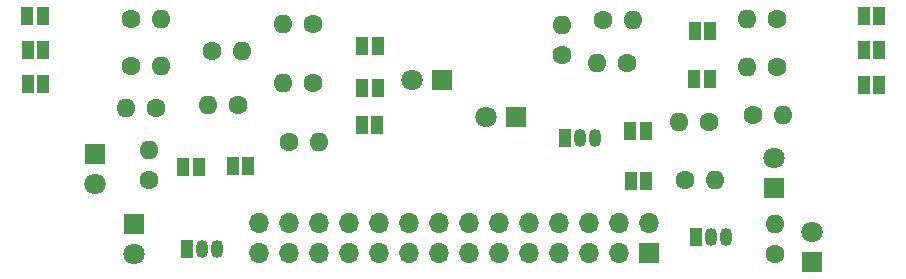
<source format=gbr>
%TF.GenerationSoftware,KiCad,Pcbnew,8.0.0*%
%TF.CreationDate,2024-03-28T15:17:03+02:00*%
%TF.ProjectId,EEE3088F_MHMZAM005_Sensing,45454533-3038-4384-965f-4d484d5a414d,rev?*%
%TF.SameCoordinates,Original*%
%TF.FileFunction,Soldermask,Top*%
%TF.FilePolarity,Negative*%
%FSLAX46Y46*%
G04 Gerber Fmt 4.6, Leading zero omitted, Abs format (unit mm)*
G04 Created by KiCad (PCBNEW 8.0.0) date 2024-03-28 15:17:03*
%MOMM*%
%LPD*%
G01*
G04 APERTURE LIST*
%ADD10R,1.000000X1.500000*%
%ADD11C,1.600000*%
%ADD12O,1.600000X1.600000*%
%ADD13R,1.800000X1.800000*%
%ADD14C,1.800000*%
%ADD15R,1.050000X1.500000*%
%ADD16O,1.050000X1.500000*%
%ADD17R,1.700000X1.700000*%
%ADD18O,1.700000X1.700000*%
G04 APERTURE END LIST*
D10*
%TO.C,JP4*%
X82150000Y-67700000D03*
X83450000Y-67700000D03*
%TD*%
D11*
%TO.C,R7*%
X145640000Y-68000000D03*
D12*
X143100000Y-68000000D03*
%TD*%
D13*
%TO.C,D1*%
X123475000Y-76275000D03*
D14*
X120935000Y-76275000D03*
%TD*%
D11*
%TO.C,R11*%
X132945000Y-71700000D03*
D12*
X130405000Y-71700000D03*
%TD*%
D11*
%TO.C,R10*%
X130900000Y-68100000D03*
D12*
X133440000Y-68100000D03*
%TD*%
D11*
%TO.C,R2*%
X106340000Y-73400000D03*
D12*
X103800000Y-73400000D03*
%TD*%
D10*
%TO.C,JP1*%
X111800000Y-70300000D03*
X110500000Y-70300000D03*
%TD*%
%TO.C,JP15*%
X133250000Y-81700000D03*
X134550000Y-81700000D03*
%TD*%
%TO.C,JP13*%
X96650000Y-80500000D03*
X95350000Y-80500000D03*
%TD*%
%TO.C,JP2*%
X111800000Y-73800000D03*
X110500000Y-73800000D03*
%TD*%
D11*
%TO.C,R8*%
X145640000Y-72050000D03*
D12*
X143100000Y-72050000D03*
%TD*%
D13*
%TO.C,Q1*%
X117250000Y-73125000D03*
D14*
X114710000Y-73125000D03*
%TD*%
D10*
%TO.C,JP7*%
X154250000Y-67700000D03*
X152950000Y-67700000D03*
%TD*%
D13*
%TO.C,Q2*%
X87825000Y-79450000D03*
D14*
X87825000Y-81990000D03*
%TD*%
D11*
%TO.C,R4*%
X90955000Y-67950000D03*
D12*
X93495000Y-67950000D03*
%TD*%
D11*
%TO.C,R6*%
X93045000Y-75500000D03*
D12*
X90505000Y-75500000D03*
%TD*%
D10*
%TO.C,JP5*%
X82200000Y-70600000D03*
X83500000Y-70600000D03*
%TD*%
%TO.C,JP11*%
X139900000Y-73100000D03*
X138600000Y-73100000D03*
%TD*%
D11*
%TO.C,RLED2*%
X92400000Y-81640000D03*
D12*
X92400000Y-79100000D03*
%TD*%
D11*
%TO.C,R9*%
X143550000Y-76100000D03*
D12*
X146090000Y-76100000D03*
%TD*%
D10*
%TO.C,JP9*%
X154250000Y-73550000D03*
X152950000Y-73550000D03*
%TD*%
D11*
%TO.C,R13*%
X99985000Y-75300000D03*
D12*
X97445000Y-75300000D03*
%TD*%
D11*
%TO.C,R5*%
X90955000Y-72000000D03*
D12*
X93495000Y-72000000D03*
%TD*%
D11*
%TO.C,R15*%
X137800000Y-81600000D03*
D12*
X140340000Y-81600000D03*
%TD*%
D10*
%TO.C,JP6*%
X82200000Y-73500000D03*
X83500000Y-73500000D03*
%TD*%
D11*
%TO.C,R14*%
X139845000Y-76700000D03*
D12*
X137305000Y-76700000D03*
%TD*%
D11*
%TO.C,R12*%
X97800000Y-70700000D03*
D12*
X100340000Y-70700000D03*
%TD*%
D15*
%TO.C,Q4*%
X127660000Y-78060000D03*
D16*
X128930000Y-78060000D03*
X130200000Y-78060000D03*
%TD*%
D11*
%TO.C,R3*%
X104260000Y-78400000D03*
D12*
X106800000Y-78400000D03*
%TD*%
D10*
%TO.C,JP10*%
X139950000Y-69000000D03*
X138650000Y-69000000D03*
%TD*%
D15*
%TO.C,Q6*%
X138730000Y-86460000D03*
D16*
X140000000Y-86460000D03*
X141270000Y-86460000D03*
%TD*%
D13*
%TO.C,D3*%
X145325000Y-82275000D03*
D14*
X145325000Y-79735000D03*
%TD*%
D10*
%TO.C,JP14*%
X133200000Y-77500000D03*
X134500000Y-77500000D03*
%TD*%
%TO.C,JP3*%
X111745000Y-77000000D03*
X110445000Y-77000000D03*
%TD*%
D13*
%TO.C,D2*%
X91175000Y-85325000D03*
D14*
X91175000Y-87865000D03*
%TD*%
D13*
%TO.C,Q3*%
X148600000Y-88540000D03*
D14*
X148600000Y-86000000D03*
%TD*%
D10*
%TO.C,JP12*%
X99550000Y-80400000D03*
X100850000Y-80400000D03*
%TD*%
D11*
%TO.C,R1*%
X106340000Y-68400000D03*
D12*
X103800000Y-68400000D03*
%TD*%
D11*
%TO.C,RLED1*%
X127400000Y-71045000D03*
D12*
X127400000Y-68505000D03*
%TD*%
D11*
%TO.C,RLED3*%
X145400000Y-87845000D03*
D12*
X145400000Y-85305000D03*
%TD*%
D10*
%TO.C,JP8*%
X154250000Y-70600000D03*
X152950000Y-70600000D03*
%TD*%
D15*
%TO.C,Q5*%
X95630000Y-87460000D03*
D16*
X96900000Y-87460000D03*
X98170000Y-87460000D03*
%TD*%
D17*
%TO.C,J1*%
X134800000Y-87800000D03*
D18*
X134800000Y-85260000D03*
X132260000Y-87800000D03*
X132260000Y-85260000D03*
X129720000Y-87800000D03*
X129720000Y-85260000D03*
X127180000Y-87800000D03*
X127180000Y-85260000D03*
X124640000Y-87800000D03*
X124640000Y-85260000D03*
X122100000Y-87800000D03*
X122100000Y-85260000D03*
X119560000Y-87800000D03*
X119560000Y-85260000D03*
X117020000Y-87800000D03*
X117020000Y-85260000D03*
X114480000Y-87800000D03*
X114480000Y-85260000D03*
X111940000Y-87800000D03*
X111940000Y-85260000D03*
X109400000Y-87800000D03*
X109400000Y-85260000D03*
X106860000Y-87800000D03*
X106860000Y-85260000D03*
X104320000Y-87800000D03*
X104320000Y-85260000D03*
X101780000Y-87800000D03*
X101780000Y-85260000D03*
%TD*%
M02*

</source>
